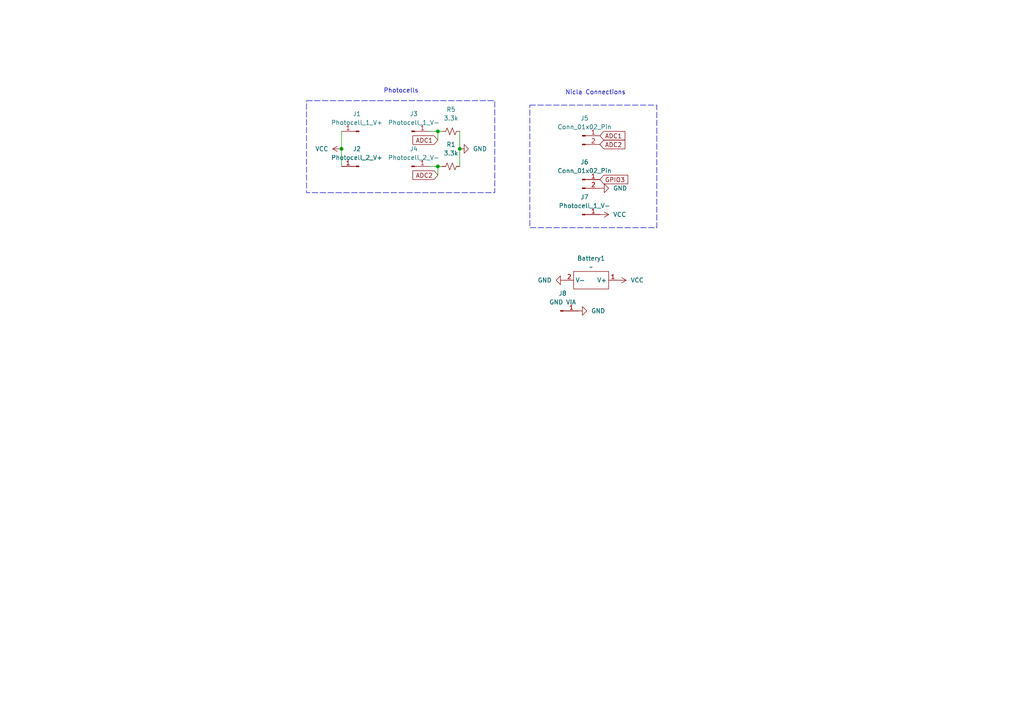
<source format=kicad_sch>
(kicad_sch (version 20250114) (generator "eeschema") (generator_version "9.0")
  (paper "A4")
  (lib_symbols
    (symbol "Connector:Conn_01x01_Pin" (pin_names (offset 1.016) (hide yes))
      (property "Reference" "J" (at 0 2.54 0))
      (property "Value" "Conn_01x01_Pin" (at 0 -2.54 0))
      (symbol "Conn_01x01_Pin_1_1"
        (rectangle (start 0.8636 0.127) (end 0 -0.127) (stroke (width 0.1524)) (fill (type outline)))
        (polyline (pts (xy 1.27 0) (xy 0.8636 0)) (stroke (width 0.1524)))
        (pin passive line (at 5.08 0 180) (length 3.81) (name "Pin_1") (number "1"))
      )
    )
    (symbol "Connector:Conn_01x02_Pin" (pin_names (offset 1.016) (hide yes))
      (property "Reference" "J" (at 0 2.54 0))
      (property "Value" "Conn_01x02_Pin" (at 0 -5.08 0))
      (symbol "Conn_01x02_Pin_1_1"
        (rectangle (start 0.8636 0.127) (end 0 -0.127) (stroke (width 0.1524)) (fill (type outline)))
        (rectangle (start 0.8636 -2.413) (end 0 -2.667) (stroke (width 0.1524)) (fill (type outline)))
        (polyline (pts (xy 1.27 0) (xy 0.8636 0)) (stroke (width 0.1524)))
        (polyline (pts (xy 1.27 -2.54) (xy 0.8636 -2.54)) (stroke (width 0.1524)))
        (pin passive line (at 5.08 0 180) (length 3.81) (name "Pin_1") (number "1"))
        (pin passive line (at 5.08 -2.54 180) (length 3.81) (name "Pin_2") (number "2"))
      )
    )
    (symbol "Device:R_Small_US" (pin_numbers (hide yes)) (pin_names (offset 0.254) (hide yes))
      (property "Reference" "R" (at 0.762 0.508 0))
      (property "Value" "R_Small_US" (at 0.762 -1.016 0))
      (symbol "R_Small_US_1_1"
        (polyline (pts (xy 0 1.524) (xy 1.016 1.143) (xy 0 0.762) (xy -1.016 0.381) (xy 0 0)))
        (polyline (pts (xy 0 0) (xy 1.016 -0.381) (xy 0 -0.762) (xy -1.016 -1.143) (xy 0 -1.524)))
        (pin passive line (at 0 2.54 270) (length 1.016) (name "~") (number "1"))
        (pin passive line (at 0 -2.54 90) (length 1.016) (name "~") (number "2"))
      )
    )
    (symbol "EggPCB:Bat"
      (property "Reference" "U" (at 0 0 0))
      (symbol "Bat_0_1"
        (rectangle (start -5.08 2.54) (end 5.08 -2.54))
      )
      (symbol "Bat_1_1"
        (pin power_in line (at -7.62 0 0) (length 2.54) (name "V-") (number "2"))
        (pin power_out line (at 7.62 0 180) (length 2.54) (name "V+") (number "1"))
      )
    )
    (symbol "power:GND" (power) (pin_numbers (hide yes)) (pin_names (offset 0) (hide yes))
      (property "Value" "GND" (at 0 -3.81 0))
      (symbol "GND_0_1"
        (polyline (pts (xy 0 0) (xy 0 -1.27) (xy 1.27 -1.27) (xy 0 -2.54) (xy -1.27 -1.27) (xy 0 -1.27)))
      )
      (symbol "GND_1_1"
        (pin power_in line (at 0 0 270) (length 0) (name "~") (number "1"))
      )
    )
    (symbol "power:VCC" (power) (pin_numbers (hide yes)) (pin_names (offset 0) (hide yes))
      (property "Value" "VCC" (at 0 3.556 0))
      (symbol "VCC_0_1"
        (polyline (pts (xy -0.762 1.27) (xy 0 2.54)))
        (polyline (pts (xy 0 2.54) (xy 0.762 1.27)))
        (polyline (pts (xy 0 0) (xy 0 2.54)))
      )
      (symbol "VCC_1_1"
        (pin power_in line (at 0 0 90) (length 0) (name "~") (number "1"))
      )
    )
  )
  (rectangle (start 88.9 29.21) (end 143.51 55.88) (stroke (width 0) (type dash)))
  (rectangle (start 153.67 30.48) (end 190.5 66.04) (stroke (width 0) (type dash)))
  (text "Photocells" (at 116.332 26.416 0) (effects (font (size 1.27 1.27))))
  (text "Nicla Connections" (at 172.72 26.924 0) (effects (font (size 1.27 1.27))))
  (junction (at 127 38.1))
  (junction (at 133.35 43.18))
  (junction (at 127 48.26))
  (junction (at 99.06 43.18))
  (wire (pts (xy 99.06 43.18) (xy 99.06 48.26)))
  (wire (pts (xy 133.35 43.18) (xy 133.35 48.26)))
  (wire (pts (xy 133.35 38.1) (xy 133.35 43.18)))
  (wire (pts (xy 127 48.26) (xy 128.27 48.26)))
  (wire (pts (xy 99.06 38.1) (xy 99.06 43.18)))
  (wire (pts (xy 127 38.1) (xy 128.27 38.1)))
  (wire (pts (xy 127 50.8) (xy 127 48.26)))
  (wire (pts (xy 124.46 48.26) (xy 127 48.26)))
  (wire (pts (xy 124.46 38.1) (xy 127 38.1)))
  (wire (pts (xy 127 40.64) (xy 127 38.1)))
  (global_label "ADC1" (shape input) (at 127 40.64 180) (property "Intersheetrefs" "${INTERSHEET_REFS}" (effects (hide yes))))
  (global_label "ADC2" (shape input) (at 127 50.8 180) (property "Intersheetrefs" "${INTERSHEET_REFS}" (effects (hide yes))))
  (global_label "GPIO3" (shape input) (at 173.99 52.07 0) (property "Intersheetrefs" "${INTERSHEET_REFS}" (effects (hide yes))))
  (global_label "ADC2" (shape input) (at 173.99 41.91 0) (property "Intersheetrefs" "${INTERSHEET_REFS}" (effects (hide yes))))
  (global_label "ADC1" (shape input) (at 173.99 39.37 0) (property "Intersheetrefs" "${INTERSHEET_REFS}" (effects (hide yes))))
  (symbol (lib_id "power:VCC") (at 173.99 62.23 270) (unit 1)
    (property "Reference" "#PWR0104" (effects (hide yes)))
    (property "Value" "VCC" (at 177.8 62.2299 90) (effects (justify left)))
    (property "Description" "Power symbol creates a global label with name \"VCC\"" (effects (hide yes)))
  )
  (symbol (lib_id "Device:R_Small_US") (at 130.81 38.1 90) (unit 1)
    (property "Reference" "R5" (at 130.81 31.75 90))
    (property "Value" "3.3k" (at 130.81 34.29 90))
    (property "Footprint" "Resistor_SMD:R_0603_1608Metric_Pad0.98x0.95mm_HandSolder" (effects (hide yes)))
    (property "Description" "Resistor, small US symbol" (effects (hide yes)))
  )
  (symbol (lib_id "power:GND") (at 173.99 54.61 90) (unit 1)
    (property "Reference" "#PWR0105" (effects (hide yes)))
    (property "Value" "GND" (at 177.8 54.6099 90) (effects (justify right)))
    (property "Description" "Power symbol creates a global label with name \"GND\" , ground" (effects (hide yes)))
  )
  (symbol (lib_id "power:GND") (at 167.64 90.17 90) (unit 1)
    (property "Reference" "#PWR01" (effects (hide yes)))
    (property "Value" "GND" (at 171.45 90.1699 90) (effects (justify right)))
    (property "Description" "Power symbol creates a global label with name \"GND\" , ground" (effects (hide yes)))
  )
  (symbol (lib_id "Connector:Conn_01x01_Pin") (at 162.56 90.17 0) (unit 1)
    (property "Reference" "J8" (at 163.195 85.09 0))
    (property "Value" "GND VIA" (at 163.195 87.63 0))
    (property "Footprint" "Connector_PinHeader_2.54mm:PinHeader_1x01_P2.54mm_Vertical" (effects (hide yes)))
    (property "Description" "Generic connector, single row, 01x01, script generated" (effects (hide yes)))
  )
  (symbol (lib_id "Connector:Conn_01x01_Pin") (at 168.91 62.23 0) (unit 1)
    (property "Reference" "J7" (at 169.545 57.15 0))
    (property "Value" "Photocell_1_V-" (at 169.545 59.69 0))
    (property "Footprint" "Connector_PinHeader_2.54mm:PinHeader_1x01_P2.54mm_Vertical" (effects (hide yes)))
    (property "Description" "Generic connector, single row, 01x01, script generated" (effects (hide yes)))
  )
  (symbol (lib_id "Connector:Conn_01x01_Pin") (at 119.38 48.26 0) (unit 1)
    (property "Reference" "J4" (at 120.015 43.18 0))
    (property "Value" "Photocell_2_V-" (at 120.015 45.72 0))
    (property "Footprint" "Connector_PinHeader_2.54mm:PinHeader_1x01_P2.54mm_Vertical" (effects (hide yes)))
    (property "Description" "Generic connector, single row, 01x01, script generated" (effects (hide yes)))
  )
  (symbol (lib_id "Connector:Conn_01x01_Pin") (at 119.38 38.1 0) (unit 1)
    (property "Reference" "J3" (at 120.015 33.02 0))
    (property "Value" "Photocell_1_V-" (at 120.015 35.56 0))
    (property "Footprint" "Connector_PinHeader_2.54mm:PinHeader_1x01_P2.54mm_Vertical" (effects (hide yes)))
    (property "Description" "Generic connector, single row, 01x01, script generated" (effects (hide yes)))
  )
  (symbol (lib_id "Connector:Conn_01x01_Pin") (at 104.14 48.26 180) (unit 1)
    (property "Reference" "J2" (at 103.505 43.18 0))
    (property "Value" "Photocell_2_V+" (at 103.505 45.72 0))
    (property "Footprint" "Connector_PinHeader_2.54mm:PinHeader_1x01_P2.54mm_Vertical" (effects (hide yes)))
    (property "Description" "Generic connector, single row, 01x01, script generated" (effects (hide yes)))
  )
  (symbol (lib_id "EggPCB:Bat") (at 171.45 81.28 0) (unit 1)
    (property "Reference" "Battery1" (at 171.45 74.93 0))
    (property "Value" "~" (at 171.45 77.47 0))
    (property "Footprint" "EggPCB:CoinCellBat" (effects (hide yes)))
  )
  (symbol (lib_id "Connector:Conn_01x02_Pin") (at 168.91 39.37 0) (unit 1)
    (property "Reference" "J5" (at 169.545 34.29 0))
    (property "Value" "Conn_01x02_Pin" (at 169.545 36.83 0))
    (property "Footprint" "Connector_PinHeader_2.54mm:PinHeader_1x02_P2.54mm_Vertical" (effects (hide yes)))
    (property "Description" "Generic connector, single row, 01x02, script generated" (effects (hide yes)))
  )
  (symbol (lib_id "power:GND") (at 133.35 43.18 90) (unit 1)
    (property "Reference" "#PWR03" (effects (hide yes)))
    (property "Value" "GND" (at 137.16 43.1799 90) (effects (justify right)))
    (property "Description" "Power symbol creates a global label with name \"GND\" , ground" (effects (hide yes)))
  )
  (symbol (lib_id "Connector:Conn_01x02_Pin") (at 168.91 52.07 0) (unit 1)
    (property "Reference" "J6" (at 169.545 46.99 0))
    (property "Value" "Conn_01x02_Pin" (at 169.545 49.53 0))
    (property "Footprint" "Connector_PinHeader_2.54mm:PinHeader_1x02_P2.54mm_Vertical" (effects (hide yes)))
    (property "Description" "Generic connector, single row, 01x02, script generated" (effects (hide yes)))
  )
  (symbol (lib_id "power:GND") (at 163.83 81.28 270) (unit 1)
    (property "Reference" "#PWR0102" (effects (hide yes)))
    (property "Value" "GND" (at 160.02 81.2799 90) (effects (justify right)))
    (property "Description" "Power symbol creates a global label with name \"GND\" , ground" (effects (hide yes)))
  )
  (symbol (lib_id "Connector:Conn_01x01_Pin") (at 104.14 38.1 180) (unit 1)
    (property "Reference" "J1" (at 103.505 33.02 0))
    (property "Value" "Photocell_1_V+" (at 103.505 35.56 0))
    (property "Footprint" "Connector_PinHeader_2.54mm:PinHeader_1x01_P2.54mm_Vertical" (effects (hide yes)))
    (property "Description" "Generic connector, single row, 01x01, script generated" (effects (hide yes)))
  )
  (symbol (lib_id "power:VCC") (at 179.07 81.28 270) (unit 1)
    (property "Reference" "#PWR0103" (effects (hide yes)))
    (property "Value" "VCC" (at 182.88 81.2799 90) (effects (justify left)))
    (property "Description" "Power symbol creates a global label with name \"VCC\"" (effects (hide yes)))
  )
  (symbol (lib_id "Device:R_Small_US") (at 130.81 48.26 90) (unit 1)
    (property "Reference" "R1" (at 130.81 41.91 90))
    (property "Value" "3.3k" (at 130.81 44.45 90))
    (property "Footprint" "Resistor_SMD:R_0603_1608Metric_Pad0.98x0.95mm_HandSolder" (effects (hide yes)))
    (property "Description" "Resistor, small US symbol" (effects (hide yes)))
  )
  (symbol (lib_id "power:VCC") (at 99.06 43.18 90) (unit 1)
    (property "Reference" "#PWR02" (effects (hide yes)))
    (property "Value" "VCC" (at 95.25 43.1799 90) (effects (justify left)))
    (property "Description" "Power symbol creates a global label with name \"VCC\"" (effects (hide yes)))
  )
)
</source>
